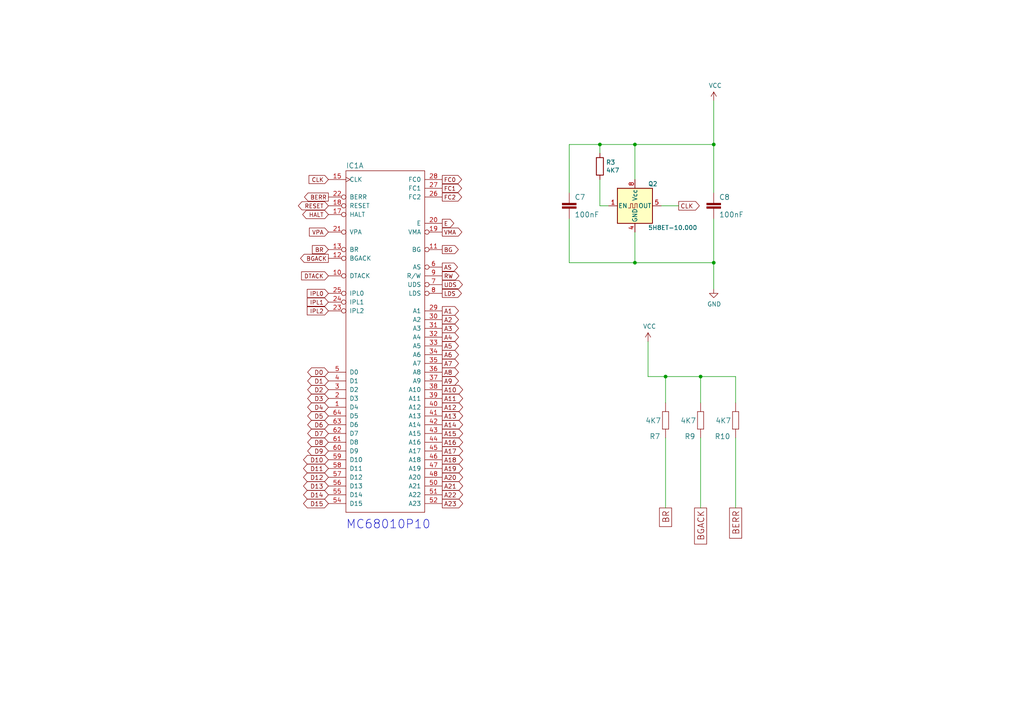
<source format=kicad_sch>
(kicad_sch (version 20231120) (generator "eeschema") (generator_version "8.0")
  (paper "A4")
  (title_block (title "ROSCO_M68K GENERAL PURPOSE MC68010 COMPUTER") (date "2024-06-09") (rev "2.2") (company "The Really Old-School Company Limited") (comment 1 "OSHWA UK000006 (https://certification.oshwa.org/uk000006.html)") (comment 2 "See https://github.com/roscopeco/rosco_m68k/blob/master/LICENCE.hardware.txt") (comment 3 "Open Source Hardware licenced under CERN Open Hardware Licence") (comment 4 "Copyright 2019-2024 Ross Bamford and Contributors"))
  (lib_symbols
    (symbol "Device:R" (pin_numbers hide) (pin_names (offset 0))
      (property "Reference" "R" (at 2.032 0 90))
      (property "Value" "R" (at 0 0 90))
      (symbol "R_0_1"
        (rectangle (start -1.016 -2.54) (end 1.016 2.54) (stroke (width 0.254)))
      )
      (symbol "R_1_1"
        (pin passive line (at 0 3.81 270) (length 1.27) (name "~") (number "1"))
        (pin passive line (at 0 -3.81 90) (length 1.27) (name "~") (number "2"))
      )
    )
    (symbol "Oscillator:CXO_DIP8" (pin_names (offset 0.254))
      (property "Reference" "X" (at -5.08 6.35 0))
      (property "Value" "CXO_DIP8" (at 1.27 -6.35 0))
      (symbol "CXO_DIP8_0_1"
        (rectangle (start -5.08 5.08) (end 5.08 -5.08) (stroke (width 0.254)) (fill (type background)))
        (polyline (pts (xy -1.905 -0.635) (xy -1.27 -0.635) (xy -1.27 0.635) (xy -0.635 0.635) (xy -0.635 -0.635) (xy 0 -0.635) (xy 0 0.635) (xy 0.635 0.635) (xy 0.635 -0.635)))
      )
      (symbol "CXO_DIP8_1_1"
        (pin input line (at -7.62 0 0) (length 2.54) (name "EN") (number "1"))
        (pin power_in line (at 0 -7.62 90) (length 2.54) (name "GND") (number "4"))
        (pin output line (at 7.62 0 180) (length 2.54) (name "OUT") (number "5"))
        (pin power_in line (at 0 7.62 270) (length 2.54) (name "Vcc") (number "8"))
      )
    )
    (symbol "power:GND" (power) (pin_names (offset 0))
      (property "Value" "GND" (at 0 -3.81 0))
      (symbol "GND_0_1"
        (polyline (pts (xy 0 0) (xy 0 -1.27) (xy 1.27 -1.27) (xy 0 -2.54) (xy -1.27 -1.27) (xy 0 -1.27)))
      )
      (symbol "GND_1_1"
        (pin power_in line (at 0 0 270) (length 0) hide (name "GND") (number "1"))
      )
    )
    (symbol "power:VCC" (power) (pin_names (offset 0))
      (property "Value" "VCC" (at 0 3.81 0))
      (symbol "VCC_0_1"
        (polyline (pts (xy -0.762 1.27) (xy 0 2.54)))
        (polyline (pts (xy 0 0) (xy 0 2.54)))
        (polyline (pts (xy 0 2.54) (xy 0.762 1.27)))
      )
      (symbol "VCC_1_1"
        (pin power_in line (at 0 0 90) (length 0) hide (name "VCC") (number "1"))
      )
    )
    (symbol "rosco_m68k-eagle-import:C2,5-3" (pin_names (offset 1.016))
      (property "Reference" "C" (at 1.524 0.381 0))
      (property "Value" "C2,5-3" (at 1.524 -4.699 0))
      (symbol "C2,5-3_1_0"
        (rectangle (start -2.032 -2.032) (end 2.032 -1.524) (fill (type outline)))
        (rectangle (start -2.032 -1.016) (end 2.032 -0.508) (fill (type outline)))
        (polyline (pts (xy 0 -2.54) (xy 0 -2.032)))
        (polyline (pts (xy 0 0) (xy 0 -0.508)))
        (pin passive line (at 0 2.54 270) (length 2.54) (name "1") (number "1"))
        (pin passive line (at 0 -5.08 90) (length 2.54) (name "2") (number "2"))
      )
    )
    (symbol "rosco_m68k-eagle-import:MC68000P" (pin_names (offset 1.016))
      (property "Reference" "IC" (at -0.635 -0.635 0))
      (symbol "MC68000P_1_0"
        (polyline (pts (xy -12.7 -50.8) (xy -12.7 48.26)))
        (polyline (pts (xy -12.7 -50.8) (xy 10.16 -50.8)))
        (polyline (pts (xy 10.16 48.26) (xy -12.7 48.26)))
        (polyline (pts (xy 10.16 48.26) (xy 10.16 -50.8)))
        (pin bidirectional line (at -17.78 -20.32 0) (length 5.08) (name "D4") (number "1"))
        (pin input inverted (at -17.78 17.78 0) (length 5.08) (name "DTACK") (number "10"))
        (pin output inverted (at 15.24 25.4 180) (length 5.08) (name "BG") (number "11"))
        (pin input inverted (at -17.78 22.86 0) (length 5.08) (name "BGACK") (number "12"))
        (pin input inverted (at -17.78 25.4 0) (length 5.08) (name "BR") (number "13"))
        (pin input clock (at -17.78 45.72 0) (length 5.08) (name "CLK") (number "15"))
        (pin bidirectional inverted (at -17.78 35.56 0) (length 5.08) (name "HALT") (number "17"))
        (pin bidirectional inverted (at -17.78 38.1 0) (length 5.08) (name "RESET") (number "18"))
        (pin output inverted (at 15.24 30.48 180) (length 5.08) (name "VMA") (number "19"))
        (pin bidirectional line (at -17.78 -17.78 0) (length 5.08) (name "D3") (number "2"))
        (pin output line (at 15.24 33.02 180) (length 5.08) (name "E") (number "20"))
        (pin input inverted (at -17.78 30.48 0) (length 5.08) (name "VPA") (number "21"))
        (pin input inverted (at -17.78 40.64 0) (length 5.08) (name "BERR") (number "22"))
        (pin input inverted (at -17.78 7.62 0) (length 5.08) (name "IPL2") (number "23"))
        (pin input inverted (at -17.78 10.16 0) (length 5.08) (name "IPL1") (number "24"))
        (pin input inverted (at -17.78 12.7 0) (length 5.08) (name "IPL0") (number "25"))
        (pin output line (at 15.24 40.64 180) (length 5.08) (name "FC2") (number "26"))
        (pin output line (at 15.24 43.18 180) (length 5.08) (name "FC1") (number "27"))
        (pin output line (at 15.24 45.72 180) (length 5.08) (name "FC0") (number "28"))
        (pin output line (at 15.24 7.62 180) (length 5.08) (name "A1") (number "29"))
        (pin bidirectional line (at -17.78 -15.24 0) (length 5.08) (name "D2") (number "3"))
        (pin output line (at 15.24 5.08 180) (length 5.08) (name "A2") (number "30"))
        (pin output line (at 15.24 2.54 180) (length 5.08) (name "A3") (number "31"))
        (pin output line (at 15.24 0 180) (length 5.08) (name "A4") (number "32"))
        (pin output line (at 15.24 -2.54 180) (length 5.08) (name "A5") (number "33"))
        (pin output line (at 15.24 -5.08 180) (length 5.08) (name "A6") (number "34"))
        (pin output line (at 15.24 -7.62 180) (length 5.08) (name "A7") (number "35"))
        (pin output line (at 15.24 -10.16 180) (length 5.08) (name "A8") (number "36"))
        (pin output line (at 15.24 -12.7 180) (length 5.08) (name "A9") (number "37"))
        (pin output line (at 15.24 -15.24 180) (length 5.08) (name "A10") (number "38"))
        (pin output line (at 15.24 -17.78 180) (length 5.08) (name "A11") (number "39"))
        (pin bidirectional line (at -17.78 -12.7 0) (length 5.08) (name "D1") (number "4"))
        (pin output line (at 15.24 -20.32 180) (length 5.08) (name "A12") (number "40"))
        (pin output line (at 15.24 -22.86 180) (length 5.08) (name "A13") (number "41"))
        (pin output line (at 15.24 -25.4 180) (length 5.08) (name "A14") (number "42"))
        (pin output line (at 15.24 -27.94 180) (length 5.08) (name "A15") (number "43"))
        (pin output line (at 15.24 -30.48 180) (length 5.08) (name "A16") (number "44"))
        (pin output line (at 15.24 -33.02 180) (length 5.08) (name "A17") (number "45"))
        (pin output line (at 15.24 -35.56 180) (length 5.08) (name "A18") (number "46"))
        (pin output line (at 15.24 -38.1 180) (length 5.08) (name "A19") (number "47"))
        (pin output line (at 15.24 -40.64 180) (length 5.08) (name "A20") (number "48"))
        (pin bidirectional line (at -17.78 -10.16 0) (length 5.08) (name "D0") (number "5"))
        (pin output line (at 15.24 -43.18 180) (length 5.08) (name "A21") (number "50"))
        (pin output line (at 15.24 -45.72 180) (length 5.08) (name "A22") (number "51"))
        (pin output line (at 15.24 -48.26 180) (length 5.08) (name "A23") (number "52"))
        (pin bidirectional line (at -17.78 -48.26 0) (length 5.08) (name "D15") (number "54"))
        (pin bidirectional line (at -17.78 -45.72 0) (length 5.08) (name "D14") (number "55"))
        (pin bidirectional line (at -17.78 -43.18 0) (length 5.08) (name "D13") (number "56"))
        (pin bidirectional line (at -17.78 -40.64 0) (length 5.08) (name "D12") (number "57"))
        (pin bidirectional line (at -17.78 -38.1 0) (length 5.08) (name "D11") (number "58"))
        (pin bidirectional line (at -17.78 -35.56 0) (length 5.08) (name "D10") (number "59"))
        (pin output inverted (at 15.24 20.32 180) (length 5.08) (name "AS") (number "6"))
        (pin bidirectional line (at -17.78 -33.02 0) (length 5.08) (name "D9") (number "60"))
        (pin bidirectional line (at -17.78 -30.48 0) (length 5.08) (name "D8") (number "61"))
        (pin bidirectional line (at -17.78 -27.94 0) (length 5.08) (name "D7") (number "62"))
        (pin bidirectional line (at -17.78 -25.4 0) (length 5.08) (name "D6") (number "63"))
        (pin bidirectional line (at -17.78 -22.86 0) (length 5.08) (name "D5") (number "64"))
        (pin output inverted (at 15.24 15.24 180) (length 5.08) (name "UDS") (number "7"))
        (pin output inverted (at 15.24 12.7 180) (length 5.08) (name "LDS") (number "8"))
        (pin output line (at 15.24 17.78 180) (length 5.08) (name "R/W") (number "9"))
      )
      (symbol "MC68000P_2_0"
        (text "GND" (at 4.445 -5.842 900) (effects (font (size 1.0668 1.0668)) (justify left bottom)))
        (text "VCC" (at 4.445 2.54 900) (effects (font (size 1.0668 1.0668)) (justify left bottom)))
        (pin power_in line (at 0 7.62 270) (length 5.08) (name "VCC@1") (number "14"))
        (pin power_in line (at 0 -7.62 90) (length 5.08) (name "GND@1") (number "16"))
        (pin power_in line (at 2.54 7.62 270) (length 5.08) (name "VCC@2") (number "49"))
        (pin power_in line (at 2.54 -7.62 90) (length 5.08) (name "GND@2") (number "53"))
      )
    )
    (symbol "rosco_m68k-eagle-import:R-EU_0207_10" (pin_names (offset 1.016))
      (property "Reference" "R" (at -3.81 1.4986 0))
      (property "Value" "R-EU_0207_10" (at -3.81 -3.302 0))
      (symbol "R-EU_0207_10_1_0"
        (polyline (pts (xy -2.54 -0.889) (xy -2.54 0.889)))
        (polyline (pts (xy -2.54 -0.889) (xy 2.54 -0.889)))
        (polyline (pts (xy 2.54 -0.889) (xy 2.54 0.889)))
        (polyline (pts (xy 2.54 0.889) (xy -2.54 0.889)))
        (pin passive line (at -5.08 0 0) (length 2.54) (name "1") (number "1"))
        (pin passive line (at 5.08 0 180) (length 2.54) (name "2") (number "2"))
      )
    )
  )
  (junction (at 184.15 41.91))
  (junction (at 193.04 109.22))
  (junction (at 207.01 76.2))
  (junction (at 203.2 109.22))
  (junction (at 173.99 41.91))
  (junction (at 184.15 76.2))
  (junction (at 207.01 41.91))
  (wire (pts (xy 191.77 59.69) (xy 196.85 59.69)))
  (wire (pts (xy 193.04 147.32) (xy 193.04 127)))
  (wire (pts (xy 173.99 41.91) (xy 184.15 41.91)))
  (wire (pts (xy 213.36 147.32) (xy 213.36 127)))
  (wire (pts (xy 165.1 41.91) (xy 173.99 41.91)))
  (wire (pts (xy 207.01 29.21) (xy 207.01 41.91)))
  (wire (pts (xy 187.96 99.06) (xy 187.96 109.22)))
  (wire (pts (xy 193.04 116.84) (xy 193.04 109.22)))
  (wire (pts (xy 165.1 63.5) (xy 165.1 76.2)))
  (wire (pts (xy 173.99 59.69) (xy 176.53 59.69)))
  (wire (pts (xy 207.01 55.88) (xy 207.01 41.91)))
  (wire (pts (xy 184.15 67.31) (xy 184.15 76.2)))
  (wire (pts (xy 165.1 76.2) (xy 184.15 76.2)))
  (wire (pts (xy 184.15 41.91) (xy 207.01 41.91)))
  (wire (pts (xy 203.2 109.22) (xy 213.36 109.22)))
  (wire (pts (xy 165.1 55.88) (xy 165.1 41.91)))
  (wire (pts (xy 207.01 83.82) (xy 207.01 76.2)))
  (wire (pts (xy 184.15 41.91) (xy 184.15 52.07)))
  (wire (pts (xy 193.04 109.22) (xy 203.2 109.22)))
  (wire (pts (xy 207.01 63.5) (xy 207.01 76.2)))
  (wire (pts (xy 187.96 109.22) (xy 193.04 109.22)))
  (wire (pts (xy 184.15 76.2) (xy 207.01 76.2)))
  (wire (pts (xy 173.99 44.45) (xy 173.99 41.91)))
  (wire (pts (xy 203.2 116.84) (xy 203.2 109.22)))
  (wire (pts (xy 173.99 52.07) (xy 173.99 59.69)))
  (wire (pts (xy 213.36 109.22) (xy 213.36 116.84)))
  (wire (pts (xy 203.2 147.32) (xy 203.2 127)))
  (text "MC68010P10" (at 100.33 153.67 0) (effects (font (size 2.4892 2.4892)) (justify left bottom)))
  (global_label "BGACK" (shape output) (at 95.25 74.93 180) (effects (font (size 1.1938 1.1938))) (property "Intersheetrefs" "${INTERSHEET_REFS}" (effects (hide yes))))
  (global_label "D11" (shape bidirectional) (at 95.25 135.89 180) (property "Intersheetrefs" "${INTERSHEET_REFS}" (effects (hide yes))))
  (global_label "A18" (shape output) (at 128.27 133.35 0) (property "Intersheetrefs" "${INTERSHEET_REFS}" (effects (hide yes))))
  (global_label "A17" (shape output) (at 128.27 130.81 0) (property "Intersheetrefs" "${INTERSHEET_REFS}" (effects (hide yes))))
  (global_label "D10" (shape bidirectional) (at 95.25 133.35 180) (property "Intersheetrefs" "${INTERSHEET_REFS}" (effects (hide yes))))
  (global_label "A6" (shape output) (at 128.27 102.87 0) (property "Intersheetrefs" "${INTERSHEET_REFS}" (effects (hide yes))))
  (global_label "D1" (shape bidirectional) (at 95.25 110.49 180) (property "Intersheetrefs" "${INTERSHEET_REFS}" (effects (hide yes))))
  (global_label "HALT" (shape bidirectional) (at 95.25 62.23 180) (effects (font (size 1.1938 1.1938))) (property "Intersheetrefs" "${INTERSHEET_REFS}" (effects (hide yes))))
  (global_label "BGACK" (shape passive) (at 203.2 147.32 270) (effects (font (size 1.778 1.778))) (property "Intersheetrefs" "${INTERSHEET_REFS}" (effects (hide yes))))
  (global_label "A13" (shape output) (at 128.27 120.65 0) (property "Intersheetrefs" "${INTERSHEET_REFS}" (effects (hide yes))))
  (global_label "A21" (shape output) (at 128.27 140.97 0) (property "Intersheetrefs" "${INTERSHEET_REFS}" (effects (hide yes))))
  (global_label "CLK" (shape input) (at 95.25 52.07 180) (effects (font (size 1.1938 1.1938))) (property "Intersheetrefs" "${INTERSHEET_REFS}" (effects (hide yes))))
  (global_label "D4" (shape bidirectional) (at 95.25 118.11 180) (property "Intersheetrefs" "${INTERSHEET_REFS}" (effects (hide yes))))
  (global_label "A3" (shape output) (at 128.27 95.25 0) (property "Intersheetrefs" "${INTERSHEET_REFS}" (effects (hide yes))))
  (global_label "IPL0" (shape input) (at 95.25 85.09 180) (effects (font (size 1.1938 1.1938))) (property "Intersheetrefs" "${INTERSHEET_REFS}" (effects (hide yes))))
  (global_label "D5" (shape bidirectional) (at 95.25 120.65 180) (property "Intersheetrefs" "${INTERSHEET_REFS}" (effects (hide yes))))
  (global_label "D15" (shape bidirectional) (at 95.25 146.05 180) (property "Intersheetrefs" "${INTERSHEET_REFS}" (effects (hide yes))))
  (global_label "CLK" (shape output) (at 196.85 59.69 0) (property "Intersheetrefs" "${INTERSHEET_REFS}" (effects (hide yes))))
  (global_label "LDS" (shape output) (at 128.27 85.09 0) (effects (font (size 1.1938 1.1938))) (property "Intersheetrefs" "${INTERSHEET_REFS}" (effects (hide yes))))
  (global_label "A1" (shape output) (at 128.27 90.17 0) (property "Intersheetrefs" "${INTERSHEET_REFS}" (effects (hide yes))))
  (global_label "D2" (shape bidirectional) (at 95.25 113.03 180) (property "Intersheetrefs" "${INTERSHEET_REFS}" (effects (hide yes))))
  (global_label "BG" (shape output) (at 128.27 72.39 0) (effects (font (size 1.1938 1.1938))) (property "Intersheetrefs" "${INTERSHEET_REFS}" (effects (hide yes))))
  (global_label "A5" (shape output) (at 128.27 100.33 0) (property "Intersheetrefs" "${INTERSHEET_REFS}" (effects (hide yes))))
  (global_label "A11" (shape output) (at 128.27 115.57 0) (property "Intersheetrefs" "${INTERSHEET_REFS}" (effects (hide yes))))
  (global_label "RW" (shape output) (at 128.27 80.01 0) (effects (font (size 1.1938 1.1938))) (property "Intersheetrefs" "${INTERSHEET_REFS}" (effects (hide yes))))
  (global_label "A20" (shape output) (at 128.27 138.43 0) (property "Intersheetrefs" "${INTERSHEET_REFS}" (effects (hide yes))))
  (global_label "D8" (shape bidirectional) (at 95.25 128.27 180) (property "Intersheetrefs" "${INTERSHEET_REFS}" (effects (hide yes))))
  (global_label "A12" (shape output) (at 128.27 118.11 0) (property "Intersheetrefs" "${INTERSHEET_REFS}" (effects (hide yes))))
  (global_label "BERR" (shape output) (at 95.25 57.15 180) (effects (font (size 1.1938 1.1938))) (property "Intersheetrefs" "${INTERSHEET_REFS}" (effects (hide yes))))
  (global_label "A23" (shape output) (at 128.27 146.05 0) (property "Intersheetrefs" "${INTERSHEET_REFS}" (effects (hide yes))))
  (global_label "IPL1" (shape input) (at 95.25 87.63 180) (effects (font (size 1.1938 1.1938))) (property "Intersheetrefs" "${INTERSHEET_REFS}" (effects (hide yes))))
  (global_label "UDS" (shape output) (at 128.27 82.55 0) (effects (font (size 1.1938 1.1938))) (property "Intersheetrefs" "${INTERSHEET_REFS}" (effects (hide yes))))
  (global_label "D6" (shape bidirectional) (at 95.25 123.19 180) (property "Intersheetrefs" "${INTERSHEET_REFS}" (effects (hide yes))))
  (global_label "E" (shape output) (at 128.27 64.77 0) (effects (font (size 1.1938 1.1938))) (property "Intersheetrefs" "${INTERSHEET_REFS}" (effects (hide yes))))
  (global_label "A7" (shape output) (at 128.27 105.41 0) (property "Intersheetrefs" "${INTERSHEET_REFS}" (effects (hide yes))))
  (global_label "A19" (shape output) (at 128.27 135.89 0) (property "Intersheetrefs" "${INTERSHEET_REFS}" (effects (hide yes))))
  (global_label "FC1" (shape output) (at 128.27 54.61 0) (effects (font (size 1.1938 1.1938))) (property "Intersheetrefs" "${INTERSHEET_REFS}" (effects (hide yes))))
  (global_label "D0" (shape bidirectional) (at 95.25 107.95 180) (property "Intersheetrefs" "${INTERSHEET_REFS}" (effects (hide yes))))
  (global_label "A4" (shape output) (at 128.27 97.79 0) (property "Intersheetrefs" "${INTERSHEET_REFS}" (effects (hide yes))))
  (global_label "BR" (shape input) (at 95.25 72.39 180) (effects (font (size 1.1938 1.1938))) (property "Intersheetrefs" "${INTERSHEET_REFS}" (effects (hide yes))))
  (global_label "A2" (shape output) (at 128.27 92.71 0) (property "Intersheetrefs" "${INTERSHEET_REFS}" (effects (hide yes))))
  (global_label "D14" (shape bidirectional) (at 95.25 143.51 180) (property "Intersheetrefs" "${INTERSHEET_REFS}" (effects (hide yes))))
  (global_label "AS" (shape output) (at 128.27 77.47 0) (effects (font (size 1.1938 1.1938))) (property "Intersheetrefs" "${INTERSHEET_REFS}" (effects (hide yes))))
  (global_label "A8" (shape output) (at 128.27 107.95 0) (property "Intersheetrefs" "${INTERSHEET_REFS}" (effects (hide yes))))
  (global_label "BERR" (shape passive) (at 213.36 147.32 270) (effects (font (size 1.778 1.778))) (property "Intersheetrefs" "${INTERSHEET_REFS}" (effects (hide yes))))
  (global_label "VPA" (shape input) (at 95.25 67.31 180) (effects (font (size 1.1938 1.1938))) (property "Intersheetrefs" "${INTERSHEET_REFS}" (effects (hide yes))))
  (global_label "A10" (shape output) (at 128.27 113.03 0) (property "Intersheetrefs" "${INTERSHEET_REFS}" (effects (hide yes))))
  (global_label "A9" (shape output) (at 128.27 110.49 0) (property "Intersheetrefs" "${INTERSHEET_REFS}" (effects (hide yes))))
  (global_label "A15" (shape output) (at 128.27 125.73 0) (property "Intersheetrefs" "${INTERSHEET_REFS}" (effects (hide yes))))
  (global_label "RESET" (shape bidirectional) (at 95.25 59.69 180) (effects (font (size 1.1938 1.1938))) (property "Intersheetrefs" "${INTERSHEET_REFS}" (effects (hide yes))))
  (global_label "A16" (shape output) (at 128.27 128.27 0) (property "Intersheetrefs" "${INTERSHEET_REFS}" (effects (hide yes))))
  (global_label "FC0" (shape output) (at 128.27 52.07 0) (effects (font (size 1.1938 1.1938))) (property "Intersheetrefs" "${INTERSHEET_REFS}" (effects (hide yes))))
  (global_label "A14" (shape output) (at 128.27 123.19 0) (property "Intersheetrefs" "${INTERSHEET_REFS}" (effects (hide yes))))
  (global_label "A22" (shape output) (at 128.27 143.51 0) (property "Intersheetrefs" "${INTERSHEET_REFS}" (effects (hide yes))))
  (global_label "D12" (shape bidirectional) (at 95.25 138.43 180) (property "Intersheetrefs" "${INTERSHEET_REFS}" (effects (hide yes))))
  (global_label "IPL2" (shape input) (at 95.25 90.17 180) (effects (font (size 1.1938 1.1938))) (property "Intersheetrefs" "${INTERSHEET_REFS}" (effects (hide yes))))
  (global_label "BR" (shape passive) (at 193.04 147.32 270) (effects (font (size 1.778 1.778))) (property "Intersheetrefs" "${INTERSHEET_REFS}" (effects (hide yes))))
  (global_label "D3" (shape bidirectional) (at 95.25 115.57 180) (property "Intersheetrefs" "${INTERSHEET_REFS}" (effects (hide yes))))
  (global_label "FC2" (shape output) (at 128.27 57.15 0) (effects (font (size 1.1938 1.1938))) (property "Intersheetrefs" "${INTERSHEET_REFS}" (effects (hide yes))))
  (global_label "DTACK" (shape input) (at 95.25 80.01 180) (effects (font (size 1.1938 1.1938))) (property "Intersheetrefs" "${INTERSHEET_REFS}" (effects (hide yes))))
  (global_label "D13" (shape bidirectional) (at 95.25 140.97 180) (property "Intersheetrefs" "${INTERSHEET_REFS}" (effects (hide yes))))
  (global_label "VMA" (shape output) (at 128.27 67.31 0) (effects (font (size 1.1938 1.1938))) (property "Intersheetrefs" "${INTERSHEET_REFS}" (effects (hide yes))))
  (global_label "D7" (shape bidirectional) (at 95.25 125.73 180) (property "Intersheetrefs" "${INTERSHEET_REFS}" (effects (hide yes))))
  (global_label "D9" (shape bidirectional) (at 95.25 130.81 180) (property "Intersheetrefs" "${INTERSHEET_REFS}" (effects (hide yes))))
  (symbol (lib_id "rosco_m68k-eagle-import:R-EU_0207_10") (at 193.04 121.92 90) (unit 1)
    (property "Reference" "R7" (at 191.5414 125.73 90) (effects (font (size 1.4986 1.4986)) (justify left bottom)))
    (property "Value" "4K7" (at 191.77 121.158 90) (effects (font (size 1.4986 1.4986)) (justify left bottom)))
    (property "Footprint" "Resistor_SMD:R_0603_1608Metric" (effects (hide yes)))
  )
  (symbol (lib_id "rosco_m68k-eagle-import:R-EU_0207_10") (at 203.2 121.92 90) (unit 1)
    (property "Reference" "R9" (at 201.7014 125.73 90) (effects (font (size 1.4986 1.4986)) (justify left bottom)))
    (property "Value" "4K7" (at 201.93 121.158 90) (effects (font (size 1.4986 1.4986)) (justify left bottom)))
    (property "Footprint" "Resistor_SMD:R_0603_1608Metric" (effects (hide yes)))
  )
  (symbol (lib_id "rosco_m68k-eagle-import:R-EU_0207_10") (at 213.36 121.92 90) (unit 1)
    (property "Reference" "R10" (at 211.8614 125.73 90) (effects (font (size 1.4986 1.4986)) (justify left bottom)))
    (property "Value" "4K7" (at 212.09 121.158 90) (effects (font (size 1.4986 1.4986)) (justify left bottom)))
    (property "Footprint" "Resistor_SMD:R_0603_1608Metric" (effects (hide yes)))
  )
  (symbol (lib_id "power:VCC") (at 187.96 99.06 0) (unit 1)
    (property "Reference" "#PWR01" (effects (hide yes)))
    (property "Value" "VCC" (at 188.3918 94.6658 0))
  )
  (symbol (lib_id "power:VCC") (at 207.01 29.21 0) (unit 1)
    (property "Reference" "#PWR02" (effects (hide yes)))
    (property "Value" "VCC" (at 207.4418 24.8158 0))
  )
  (symbol (lib_id "power:GND") (at 207.01 83.82 0) (unit 1)
    (property "Reference" "#PWR03" (effects (hide yes)))
    (property "Value" "GND" (at 207.137 88.2142 0))
  )
  (symbol (lib_id "rosco_m68k-eagle-import:C2,5-3") (at 165.1 58.42 0) (unit 1)
    (property "Reference" "C7" (at 166.624 58.039 0) (effects (font (size 1.4986 1.4986)) (justify left bottom)))
    (property "Value" "100nF" (at 166.624 63.119 0) (effects (font (size 1.4986 1.4986)) (justify left bottom)))
    (property "Footprint" "Capacitor_SMD:C_0603_1608Metric" (effects (hide yes)))
  )
  (symbol (lib_id "rosco_m68k-eagle-import:C2,5-3") (at 207.01 58.42 0) (unit 1)
    (property "Reference" "C8" (at 208.534 58.039 0) (effects (font (size 1.4986 1.4986)) (justify left bottom)))
    (property "Value" "100nF" (at 208.534 63.119 0) (effects (font (size 1.4986 1.4986)) (justify left bottom)))
    (property "Footprint" "Capacitor_SMD:C_0603_1608Metric" (effects (hide yes)))
  )
  (symbol (lib_id "Oscillator:CXO_DIP8") (at 184.15 59.69 0) (unit 1)
    (property "Reference" "Q2" (at 187.96 53.34 0) (effects (justify left)))
    (property "Value" "5H8ET-10.000" (at 187.96 66.04 0) (effects (justify left)))
    (property "Footprint" "Oscillator:Oscillator_DIP-8" (effects (hide yes)))
    (property "Datasheet" "http://cdn-reichelt.de/documents/datenblatt/B400/OSZI.pdf" (effects (hide yes)))
  )
  (symbol (lib_id "Device:R") (at 173.99 48.26 0) (unit 1)
    (property "Reference" "R3" (at 175.768 47.0916 0) (effects (justify left)))
    (property "Value" "4K7" (at 175.768 49.403 0) (effects (justify left)))
    (property "Footprint" "Resistor_SMD:R_0603_1608Metric" (effects (hide yes)))
  )
  (symbol (lib_id "rosco_m68k-eagle-import:MC68000P") (at 113.03 97.79 0) (unit 1)
    (property "Reference" "IC1" (at 100.33 48.895 0) (effects (font (size 1.4986 1.4986)) (justify left bottom)))
    (property "Value" "MC68010P10" (effects (hide yes)))
    (property "Footprint" "rosco_m68k:DIL64" (effects (hide yes)))
    (property "Datasheet" "https://github.com/rosco-m68k/hardware-projects/blob/master/datasheets/MC68000UM.pdf" (effects (hide yes)))
  )
)
</source>
